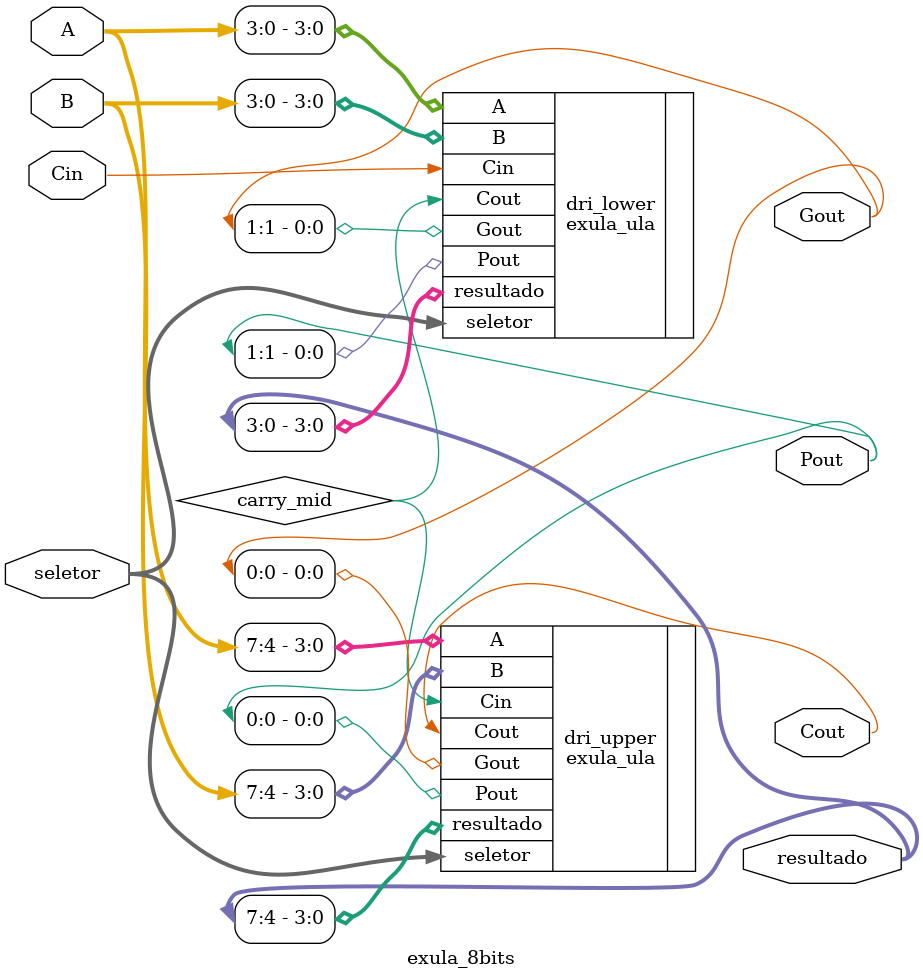
<source format=v>
module exula_8bits (
input [7:0] A,
input Cin,
input [7:0] B,
input [2:0] seletor,
output[7:0] resultado,
output Cout,
output [1:0]Gout, Pout);

wire carry_mid,G_mid,P_mid;

exula_ula dri_upper(.A(A[7:4]),
.Cin(carry_mid),
.B(B[7:4]),
.seletor(seletor),
.resultado(resultado[7:4]),
.Cout(Cout),
.Gout(Gout[0]),
.Pout(Pout[0]));


exula_ula dri_lower(.A(A[3:0]),
.Cin(Cin),
.B(B[3:0]),
.seletor(seletor),
.resultado(resultado[3:0]),
.Cout(carry_mid),
.Gout(Gout[1]),
.Pout(Pout[1]));

endmodule
</source>
